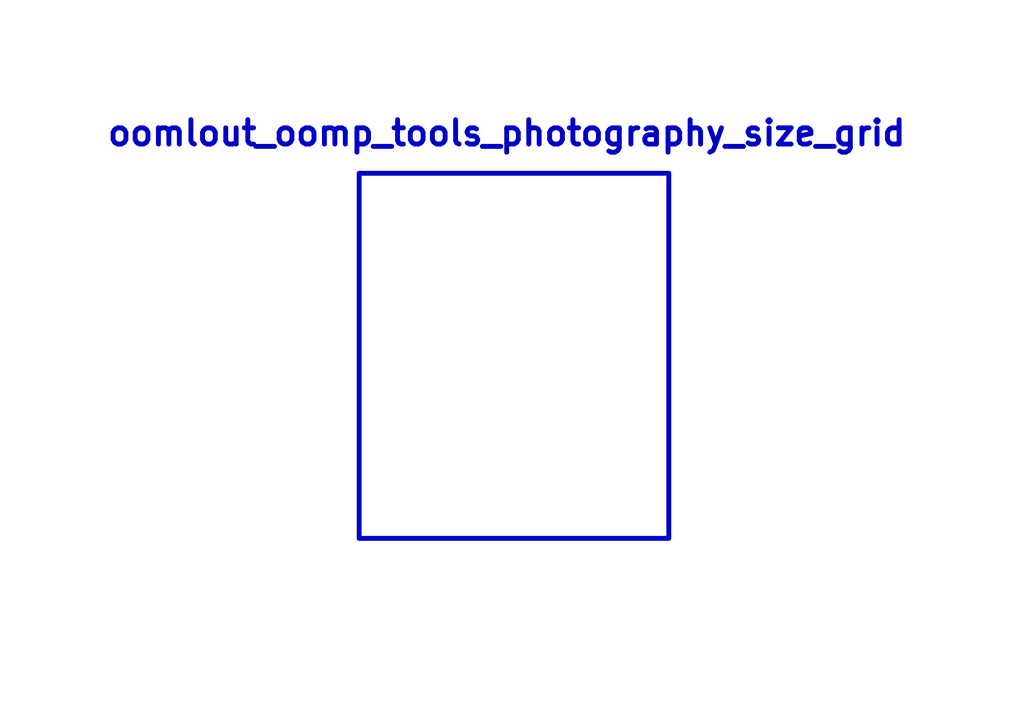
<source format=kicad_sch>
(kicad_sch (version 20230121) (generator eeschema)
  (paper "A5")
  (lib_symbols)
  (rectangle (start 73.66 35.56) (end 137.16 110.49) (stroke (width 1)))
  (text "oomlout_oomp_tools_photography_size_grid" (at 21.59 30.48 0) (effects (font (size 5 5) (thickness 1) bold) (justify left bottom)))
)
</source>
